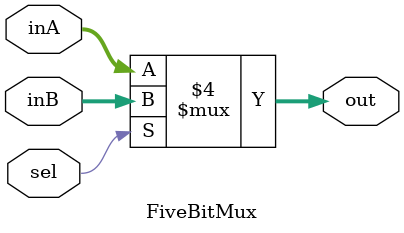
<source format=v>
`timescale 1ns / 1ps

module FiveBitMux(out, inA, inB, sel);

    output reg [4:0] out;
    
    input [4:0] inA;
    input [4:0] inB;
    input sel;

    always @(inA, inB, sel) begin
        if (sel == 0) begin
            out <= inA;
        end
        else
            out <= inB;        
    end
    
endmodule
</source>
